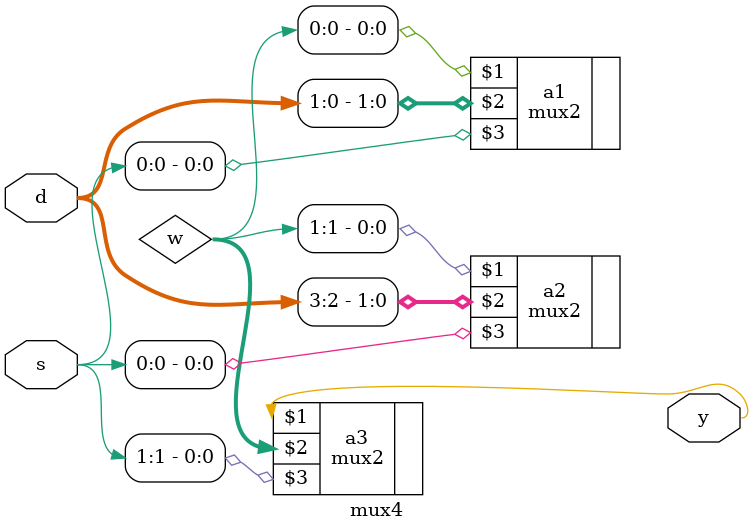
<source format=v>
`include "MUX2.v"
module mux4(y,d,s);
input [3:0]d;
input [1:0]s;
output y;
wire [1:0]w;
mux2 a1(w[0],d[1:0],s[0]);
mux2 a2(w[1],d[3:2],s[0]);
mux2 a3(y,w[1:0],s[1]);
endmodule
</source>
